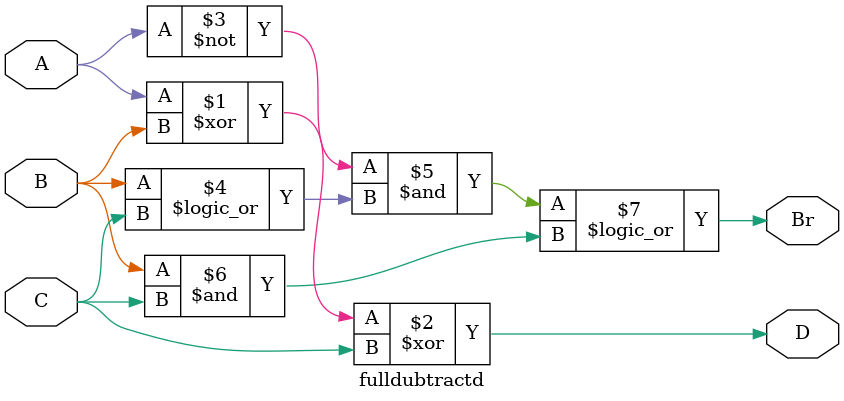
<source format=v>
module fulldubtractd(A,B,C,D,Br);
input A,B,C;
output D,Br;
assign D=A^B^C;
assign Br=~A&(B||C)||B&C;
endmodule

</source>
